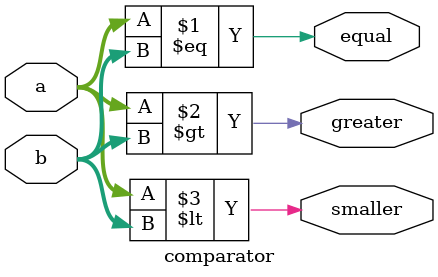
<source format=v>

module comparator #(
  parameter N = 4
)(
  input [N-1:0]a,
  input [N-1:0]b,
  output equal,greater,smaller
);
  
  assign equal   = (a == b);
  assign greater = (a > b);
  assign smaller = (a < b);
  
  endmodule
  
  
  
  

</source>
